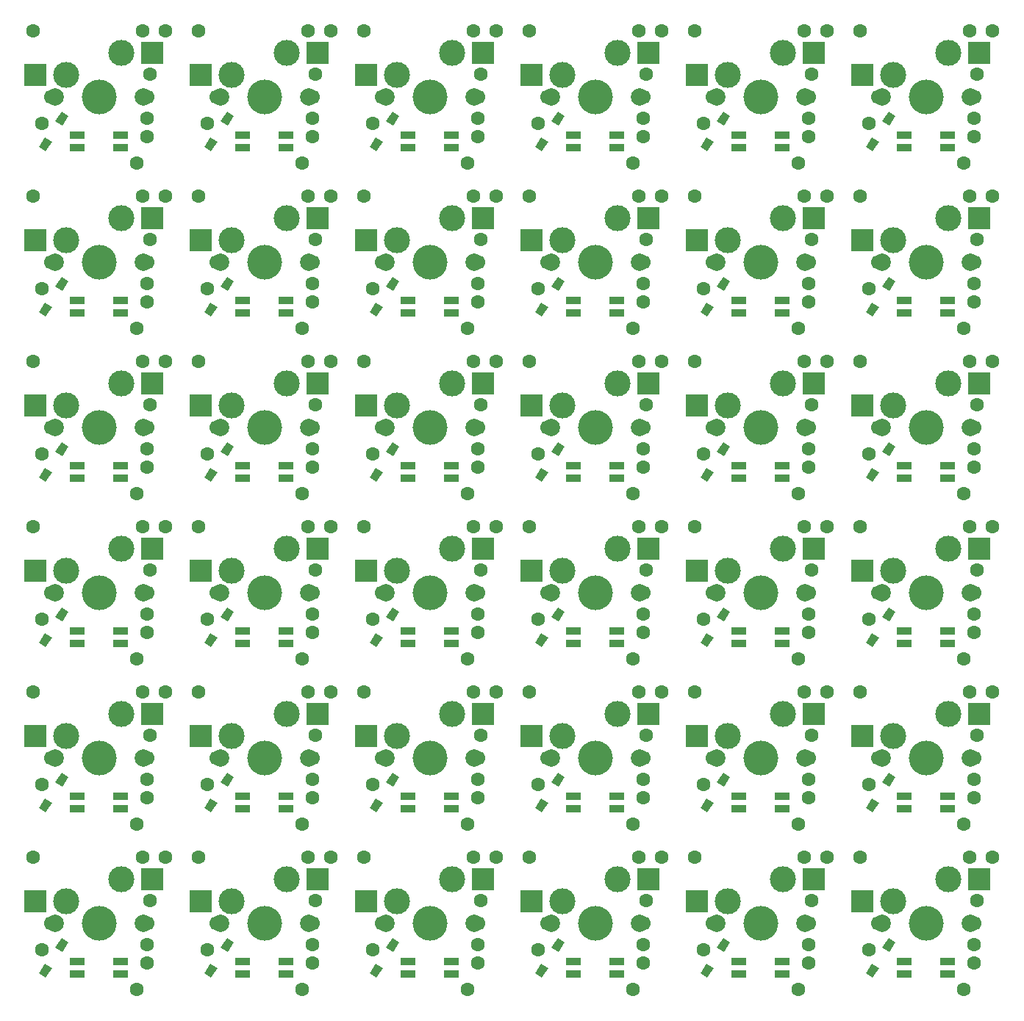
<source format=gbr>
%TF.GenerationSoftware,KiCad,Pcbnew,(5.99.0-2043-g129c16cf7)*%
%TF.CreationDate,2020-07-21T11:43:29+02:00*%
%TF.ProjectId,plate_6x6,706c6174-655f-4367-9836-2e6b69636164,rev?*%
%TF.SameCoordinates,Original*%
%TF.FileFunction,Soldermask,Bot*%
%TF.FilePolarity,Negative*%
%FSLAX46Y46*%
G04 Gerber Fmt 4.6, Leading zero omitted, Abs format (unit mm)*
G04 Created by KiCad (PCBNEW (5.99.0-2043-g129c16cf7)) date 2020-07-21 11:43:29*
%MOMM*%
%LPD*%
G01*
G04 APERTURE LIST*
%ADD10C,1.600000*%
%ADD11R,1.800000X0.820000*%
%ADD12R,2.550000X2.500000*%
%ADD13C,3.000000*%
%ADD14C,4.000000*%
%ADD15C,2.000000*%
%ADD16C,1.701800*%
G04 APERTURE END LIST*
%TO.C,SW8*%
G36*
X220246966Y-146810022D02*
G01*
X219445744Y-146299587D01*
X220144234Y-145203178D01*
X220945456Y-145713613D01*
X220246966Y-146810022D01*
G37*
G36*
X222154380Y-143815982D02*
G01*
X221353158Y-143305547D01*
X222051648Y-142209138D01*
X222852870Y-142719573D01*
X222154380Y-143815982D01*
G37*
D10*
X230733600Y-148186600D03*
X231876600Y-145138600D03*
X231876600Y-142979600D03*
X232257600Y-137899600D03*
X219811600Y-143614600D03*
X231368600Y-132946600D03*
X218795600Y-132946600D03*
X234035600Y-132946600D03*
D11*
X223828600Y-146408600D03*
X223828600Y-144908600D03*
X228828600Y-146408600D03*
X228828600Y-144908600D03*
D12*
X219055600Y-138026600D03*
X232505600Y-135486600D03*
D13*
X222605600Y-138026600D03*
D14*
X226415600Y-140566600D03*
D13*
X228955600Y-135486600D03*
D15*
X221335600Y-140566600D03*
D16*
X220915600Y-140566600D03*
D15*
X231495600Y-140566600D03*
D16*
X231915600Y-140566600D03*
%TD*%
%TO.C,SW8*%
G36*
X201196966Y-146810022D02*
G01*
X200395744Y-146299587D01*
X201094234Y-145203178D01*
X201895456Y-145713613D01*
X201196966Y-146810022D01*
G37*
G36*
X203104380Y-143815982D02*
G01*
X202303158Y-143305547D01*
X203001648Y-142209138D01*
X203802870Y-142719573D01*
X203104380Y-143815982D01*
G37*
D10*
X211683600Y-148186600D03*
X212826600Y-145138600D03*
X212826600Y-142979600D03*
X213207600Y-137899600D03*
X200761600Y-143614600D03*
X212318600Y-132946600D03*
X199745600Y-132946600D03*
X214985600Y-132946600D03*
D11*
X204778600Y-146408600D03*
X204778600Y-144908600D03*
X209778600Y-146408600D03*
X209778600Y-144908600D03*
D12*
X200005600Y-138026600D03*
X213455600Y-135486600D03*
D13*
X203555600Y-138026600D03*
D14*
X207365600Y-140566600D03*
D13*
X209905600Y-135486600D03*
D15*
X202285600Y-140566600D03*
D16*
X201865600Y-140566600D03*
D15*
X212445600Y-140566600D03*
D16*
X212865600Y-140566600D03*
%TD*%
%TO.C,SW8*%
G36*
X182146966Y-146810022D02*
G01*
X181345744Y-146299587D01*
X182044234Y-145203178D01*
X182845456Y-145713613D01*
X182146966Y-146810022D01*
G37*
G36*
X184054380Y-143815982D02*
G01*
X183253158Y-143305547D01*
X183951648Y-142209138D01*
X184752870Y-142719573D01*
X184054380Y-143815982D01*
G37*
D10*
X192633600Y-148186600D03*
X193776600Y-145138600D03*
X193776600Y-142979600D03*
X194157600Y-137899600D03*
X181711600Y-143614600D03*
X193268600Y-132946600D03*
X180695600Y-132946600D03*
X195935600Y-132946600D03*
D11*
X185728600Y-146408600D03*
X185728600Y-144908600D03*
X190728600Y-146408600D03*
X190728600Y-144908600D03*
D12*
X180955600Y-138026600D03*
X194405600Y-135486600D03*
D13*
X184505600Y-138026600D03*
D14*
X188315600Y-140566600D03*
D13*
X190855600Y-135486600D03*
D15*
X183235600Y-140566600D03*
D16*
X182815600Y-140566600D03*
D15*
X193395600Y-140566600D03*
D16*
X193815600Y-140566600D03*
%TD*%
%TO.C,SW8*%
G36*
X163096966Y-146810022D02*
G01*
X162295744Y-146299587D01*
X162994234Y-145203178D01*
X163795456Y-145713613D01*
X163096966Y-146810022D01*
G37*
G36*
X165004380Y-143815982D02*
G01*
X164203158Y-143305547D01*
X164901648Y-142209138D01*
X165702870Y-142719573D01*
X165004380Y-143815982D01*
G37*
D10*
X173583600Y-148186600D03*
X174726600Y-145138600D03*
X174726600Y-142979600D03*
X175107600Y-137899600D03*
X162661600Y-143614600D03*
X174218600Y-132946600D03*
X161645600Y-132946600D03*
X176885600Y-132946600D03*
D11*
X166678600Y-146408600D03*
X166678600Y-144908600D03*
X171678600Y-146408600D03*
X171678600Y-144908600D03*
D12*
X161905600Y-138026600D03*
X175355600Y-135486600D03*
D13*
X165455600Y-138026600D03*
D14*
X169265600Y-140566600D03*
D13*
X171805600Y-135486600D03*
D15*
X164185600Y-140566600D03*
D16*
X163765600Y-140566600D03*
D15*
X174345600Y-140566600D03*
D16*
X174765600Y-140566600D03*
%TD*%
%TO.C,SW8*%
G36*
X144046966Y-146810022D02*
G01*
X143245744Y-146299587D01*
X143944234Y-145203178D01*
X144745456Y-145713613D01*
X144046966Y-146810022D01*
G37*
G36*
X145954380Y-143815982D02*
G01*
X145153158Y-143305547D01*
X145851648Y-142209138D01*
X146652870Y-142719573D01*
X145954380Y-143815982D01*
G37*
D10*
X154533600Y-148186600D03*
X155676600Y-145138600D03*
X155676600Y-142979600D03*
X156057600Y-137899600D03*
X143611600Y-143614600D03*
X155168600Y-132946600D03*
X142595600Y-132946600D03*
X157835600Y-132946600D03*
D11*
X147628600Y-146408600D03*
X147628600Y-144908600D03*
X152628600Y-146408600D03*
X152628600Y-144908600D03*
D12*
X142855600Y-138026600D03*
X156305600Y-135486600D03*
D13*
X146405600Y-138026600D03*
D14*
X150215600Y-140566600D03*
D13*
X152755600Y-135486600D03*
D15*
X145135600Y-140566600D03*
D16*
X144715600Y-140566600D03*
D15*
X155295600Y-140566600D03*
D16*
X155715600Y-140566600D03*
%TD*%
%TO.C,SW8*%
G36*
X124996966Y-146810022D02*
G01*
X124195744Y-146299587D01*
X124894234Y-145203178D01*
X125695456Y-145713613D01*
X124996966Y-146810022D01*
G37*
G36*
X126904380Y-143815982D02*
G01*
X126103158Y-143305547D01*
X126801648Y-142209138D01*
X127602870Y-142719573D01*
X126904380Y-143815982D01*
G37*
D10*
X135483600Y-148186600D03*
X136626600Y-145138600D03*
X136626600Y-142979600D03*
X137007600Y-137899600D03*
X124561600Y-143614600D03*
X136118600Y-132946600D03*
X123545600Y-132946600D03*
X138785600Y-132946600D03*
D11*
X128578600Y-146408600D03*
X128578600Y-144908600D03*
X133578600Y-146408600D03*
X133578600Y-144908600D03*
D12*
X123805600Y-138026600D03*
X137255600Y-135486600D03*
D13*
X127355600Y-138026600D03*
D14*
X131165600Y-140566600D03*
D13*
X133705600Y-135486600D03*
D15*
X126085600Y-140566600D03*
D16*
X125665600Y-140566600D03*
D15*
X136245600Y-140566600D03*
D16*
X136665600Y-140566600D03*
%TD*%
%TO.C,SW8*%
G36*
X220246966Y-127760022D02*
G01*
X219445744Y-127249587D01*
X220144234Y-126153178D01*
X220945456Y-126663613D01*
X220246966Y-127760022D01*
G37*
G36*
X222154380Y-124765982D02*
G01*
X221353158Y-124255547D01*
X222051648Y-123159138D01*
X222852870Y-123669573D01*
X222154380Y-124765982D01*
G37*
D10*
X230733600Y-129136600D03*
X231876600Y-126088600D03*
X231876600Y-123929600D03*
X232257600Y-118849600D03*
X219811600Y-124564600D03*
X231368600Y-113896600D03*
X218795600Y-113896600D03*
X234035600Y-113896600D03*
D11*
X223828600Y-127358600D03*
X223828600Y-125858600D03*
X228828600Y-127358600D03*
X228828600Y-125858600D03*
D12*
X219055600Y-118976600D03*
X232505600Y-116436600D03*
D13*
X222605600Y-118976600D03*
D14*
X226415600Y-121516600D03*
D13*
X228955600Y-116436600D03*
D15*
X221335600Y-121516600D03*
D16*
X220915600Y-121516600D03*
D15*
X231495600Y-121516600D03*
D16*
X231915600Y-121516600D03*
%TD*%
%TO.C,SW8*%
G36*
X201196966Y-127760022D02*
G01*
X200395744Y-127249587D01*
X201094234Y-126153178D01*
X201895456Y-126663613D01*
X201196966Y-127760022D01*
G37*
G36*
X203104380Y-124765982D02*
G01*
X202303158Y-124255547D01*
X203001648Y-123159138D01*
X203802870Y-123669573D01*
X203104380Y-124765982D01*
G37*
D10*
X211683600Y-129136600D03*
X212826600Y-126088600D03*
X212826600Y-123929600D03*
X213207600Y-118849600D03*
X200761600Y-124564600D03*
X212318600Y-113896600D03*
X199745600Y-113896600D03*
X214985600Y-113896600D03*
D11*
X204778600Y-127358600D03*
X204778600Y-125858600D03*
X209778600Y-127358600D03*
X209778600Y-125858600D03*
D12*
X200005600Y-118976600D03*
X213455600Y-116436600D03*
D13*
X203555600Y-118976600D03*
D14*
X207365600Y-121516600D03*
D13*
X209905600Y-116436600D03*
D15*
X202285600Y-121516600D03*
D16*
X201865600Y-121516600D03*
D15*
X212445600Y-121516600D03*
D16*
X212865600Y-121516600D03*
%TD*%
%TO.C,SW8*%
G36*
X182146966Y-127760022D02*
G01*
X181345744Y-127249587D01*
X182044234Y-126153178D01*
X182845456Y-126663613D01*
X182146966Y-127760022D01*
G37*
G36*
X184054380Y-124765982D02*
G01*
X183253158Y-124255547D01*
X183951648Y-123159138D01*
X184752870Y-123669573D01*
X184054380Y-124765982D01*
G37*
D10*
X192633600Y-129136600D03*
X193776600Y-126088600D03*
X193776600Y-123929600D03*
X194157600Y-118849600D03*
X181711600Y-124564600D03*
X193268600Y-113896600D03*
X180695600Y-113896600D03*
X195935600Y-113896600D03*
D11*
X185728600Y-127358600D03*
X185728600Y-125858600D03*
X190728600Y-127358600D03*
X190728600Y-125858600D03*
D12*
X180955600Y-118976600D03*
X194405600Y-116436600D03*
D13*
X184505600Y-118976600D03*
D14*
X188315600Y-121516600D03*
D13*
X190855600Y-116436600D03*
D15*
X183235600Y-121516600D03*
D16*
X182815600Y-121516600D03*
D15*
X193395600Y-121516600D03*
D16*
X193815600Y-121516600D03*
%TD*%
%TO.C,SW8*%
G36*
X163096966Y-127760022D02*
G01*
X162295744Y-127249587D01*
X162994234Y-126153178D01*
X163795456Y-126663613D01*
X163096966Y-127760022D01*
G37*
G36*
X165004380Y-124765982D02*
G01*
X164203158Y-124255547D01*
X164901648Y-123159138D01*
X165702870Y-123669573D01*
X165004380Y-124765982D01*
G37*
D10*
X173583600Y-129136600D03*
X174726600Y-126088600D03*
X174726600Y-123929600D03*
X175107600Y-118849600D03*
X162661600Y-124564600D03*
X174218600Y-113896600D03*
X161645600Y-113896600D03*
X176885600Y-113896600D03*
D11*
X166678600Y-127358600D03*
X166678600Y-125858600D03*
X171678600Y-127358600D03*
X171678600Y-125858600D03*
D12*
X161905600Y-118976600D03*
X175355600Y-116436600D03*
D13*
X165455600Y-118976600D03*
D14*
X169265600Y-121516600D03*
D13*
X171805600Y-116436600D03*
D15*
X164185600Y-121516600D03*
D16*
X163765600Y-121516600D03*
D15*
X174345600Y-121516600D03*
D16*
X174765600Y-121516600D03*
%TD*%
%TO.C,SW8*%
G36*
X144046966Y-127760022D02*
G01*
X143245744Y-127249587D01*
X143944234Y-126153178D01*
X144745456Y-126663613D01*
X144046966Y-127760022D01*
G37*
G36*
X145954380Y-124765982D02*
G01*
X145153158Y-124255547D01*
X145851648Y-123159138D01*
X146652870Y-123669573D01*
X145954380Y-124765982D01*
G37*
D10*
X154533600Y-129136600D03*
X155676600Y-126088600D03*
X155676600Y-123929600D03*
X156057600Y-118849600D03*
X143611600Y-124564600D03*
X155168600Y-113896600D03*
X142595600Y-113896600D03*
X157835600Y-113896600D03*
D11*
X147628600Y-127358600D03*
X147628600Y-125858600D03*
X152628600Y-127358600D03*
X152628600Y-125858600D03*
D12*
X142855600Y-118976600D03*
X156305600Y-116436600D03*
D13*
X146405600Y-118976600D03*
D14*
X150215600Y-121516600D03*
D13*
X152755600Y-116436600D03*
D15*
X145135600Y-121516600D03*
D16*
X144715600Y-121516600D03*
D15*
X155295600Y-121516600D03*
D16*
X155715600Y-121516600D03*
%TD*%
%TO.C,SW8*%
G36*
X124996966Y-127760022D02*
G01*
X124195744Y-127249587D01*
X124894234Y-126153178D01*
X125695456Y-126663613D01*
X124996966Y-127760022D01*
G37*
G36*
X126904380Y-124765982D02*
G01*
X126103158Y-124255547D01*
X126801648Y-123159138D01*
X127602870Y-123669573D01*
X126904380Y-124765982D01*
G37*
D10*
X135483600Y-129136600D03*
X136626600Y-126088600D03*
X136626600Y-123929600D03*
X137007600Y-118849600D03*
X124561600Y-124564600D03*
X136118600Y-113896600D03*
X123545600Y-113896600D03*
X138785600Y-113896600D03*
D11*
X128578600Y-127358600D03*
X128578600Y-125858600D03*
X133578600Y-127358600D03*
X133578600Y-125858600D03*
D12*
X123805600Y-118976600D03*
X137255600Y-116436600D03*
D13*
X127355600Y-118976600D03*
D14*
X131165600Y-121516600D03*
D13*
X133705600Y-116436600D03*
D15*
X126085600Y-121516600D03*
D16*
X125665600Y-121516600D03*
D15*
X136245600Y-121516600D03*
D16*
X136665600Y-121516600D03*
%TD*%
%TO.C,SW8*%
G36*
X220246966Y-108710022D02*
G01*
X219445744Y-108199587D01*
X220144234Y-107103178D01*
X220945456Y-107613613D01*
X220246966Y-108710022D01*
G37*
G36*
X222154380Y-105715982D02*
G01*
X221353158Y-105205547D01*
X222051648Y-104109138D01*
X222852870Y-104619573D01*
X222154380Y-105715982D01*
G37*
D10*
X230733600Y-110086600D03*
X231876600Y-107038600D03*
X231876600Y-104879600D03*
X232257600Y-99799600D03*
X219811600Y-105514600D03*
X231368600Y-94846600D03*
X218795600Y-94846600D03*
X234035600Y-94846600D03*
D11*
X223828600Y-108308600D03*
X223828600Y-106808600D03*
X228828600Y-108308600D03*
X228828600Y-106808600D03*
D12*
X219055600Y-99926600D03*
X232505600Y-97386600D03*
D13*
X222605600Y-99926600D03*
D14*
X226415600Y-102466600D03*
D13*
X228955600Y-97386600D03*
D15*
X221335600Y-102466600D03*
D16*
X220915600Y-102466600D03*
D15*
X231495600Y-102466600D03*
D16*
X231915600Y-102466600D03*
%TD*%
%TO.C,SW8*%
G36*
X201196966Y-108710022D02*
G01*
X200395744Y-108199587D01*
X201094234Y-107103178D01*
X201895456Y-107613613D01*
X201196966Y-108710022D01*
G37*
G36*
X203104380Y-105715982D02*
G01*
X202303158Y-105205547D01*
X203001648Y-104109138D01*
X203802870Y-104619573D01*
X203104380Y-105715982D01*
G37*
D10*
X211683600Y-110086600D03*
X212826600Y-107038600D03*
X212826600Y-104879600D03*
X213207600Y-99799600D03*
X200761600Y-105514600D03*
X212318600Y-94846600D03*
X199745600Y-94846600D03*
X214985600Y-94846600D03*
D11*
X204778600Y-108308600D03*
X204778600Y-106808600D03*
X209778600Y-108308600D03*
X209778600Y-106808600D03*
D12*
X200005600Y-99926600D03*
X213455600Y-97386600D03*
D13*
X203555600Y-99926600D03*
D14*
X207365600Y-102466600D03*
D13*
X209905600Y-97386600D03*
D15*
X202285600Y-102466600D03*
D16*
X201865600Y-102466600D03*
D15*
X212445600Y-102466600D03*
D16*
X212865600Y-102466600D03*
%TD*%
%TO.C,SW8*%
G36*
X182146966Y-108710022D02*
G01*
X181345744Y-108199587D01*
X182044234Y-107103178D01*
X182845456Y-107613613D01*
X182146966Y-108710022D01*
G37*
G36*
X184054380Y-105715982D02*
G01*
X183253158Y-105205547D01*
X183951648Y-104109138D01*
X184752870Y-104619573D01*
X184054380Y-105715982D01*
G37*
D10*
X192633600Y-110086600D03*
X193776600Y-107038600D03*
X193776600Y-104879600D03*
X194157600Y-99799600D03*
X181711600Y-105514600D03*
X193268600Y-94846600D03*
X180695600Y-94846600D03*
X195935600Y-94846600D03*
D11*
X185728600Y-108308600D03*
X185728600Y-106808600D03*
X190728600Y-108308600D03*
X190728600Y-106808600D03*
D12*
X180955600Y-99926600D03*
X194405600Y-97386600D03*
D13*
X184505600Y-99926600D03*
D14*
X188315600Y-102466600D03*
D13*
X190855600Y-97386600D03*
D15*
X183235600Y-102466600D03*
D16*
X182815600Y-102466600D03*
D15*
X193395600Y-102466600D03*
D16*
X193815600Y-102466600D03*
%TD*%
%TO.C,SW8*%
G36*
X163096966Y-108710022D02*
G01*
X162295744Y-108199587D01*
X162994234Y-107103178D01*
X163795456Y-107613613D01*
X163096966Y-108710022D01*
G37*
G36*
X165004380Y-105715982D02*
G01*
X164203158Y-105205547D01*
X164901648Y-104109138D01*
X165702870Y-104619573D01*
X165004380Y-105715982D01*
G37*
D10*
X173583600Y-110086600D03*
X174726600Y-107038600D03*
X174726600Y-104879600D03*
X175107600Y-99799600D03*
X162661600Y-105514600D03*
X174218600Y-94846600D03*
X161645600Y-94846600D03*
X176885600Y-94846600D03*
D11*
X166678600Y-108308600D03*
X166678600Y-106808600D03*
X171678600Y-108308600D03*
X171678600Y-106808600D03*
D12*
X161905600Y-99926600D03*
X175355600Y-97386600D03*
D13*
X165455600Y-99926600D03*
D14*
X169265600Y-102466600D03*
D13*
X171805600Y-97386600D03*
D15*
X164185600Y-102466600D03*
D16*
X163765600Y-102466600D03*
D15*
X174345600Y-102466600D03*
D16*
X174765600Y-102466600D03*
%TD*%
%TO.C,SW8*%
G36*
X144046966Y-108710022D02*
G01*
X143245744Y-108199587D01*
X143944234Y-107103178D01*
X144745456Y-107613613D01*
X144046966Y-108710022D01*
G37*
G36*
X145954380Y-105715982D02*
G01*
X145153158Y-105205547D01*
X145851648Y-104109138D01*
X146652870Y-104619573D01*
X145954380Y-105715982D01*
G37*
D10*
X154533600Y-110086600D03*
X155676600Y-107038600D03*
X155676600Y-104879600D03*
X156057600Y-99799600D03*
X143611600Y-105514600D03*
X155168600Y-94846600D03*
X142595600Y-94846600D03*
X157835600Y-94846600D03*
D11*
X147628600Y-108308600D03*
X147628600Y-106808600D03*
X152628600Y-108308600D03*
X152628600Y-106808600D03*
D12*
X142855600Y-99926600D03*
X156305600Y-97386600D03*
D13*
X146405600Y-99926600D03*
D14*
X150215600Y-102466600D03*
D13*
X152755600Y-97386600D03*
D15*
X145135600Y-102466600D03*
D16*
X144715600Y-102466600D03*
D15*
X155295600Y-102466600D03*
D16*
X155715600Y-102466600D03*
%TD*%
%TO.C,SW8*%
G36*
X124996966Y-108710022D02*
G01*
X124195744Y-108199587D01*
X124894234Y-107103178D01*
X125695456Y-107613613D01*
X124996966Y-108710022D01*
G37*
G36*
X126904380Y-105715982D02*
G01*
X126103158Y-105205547D01*
X126801648Y-104109138D01*
X127602870Y-104619573D01*
X126904380Y-105715982D01*
G37*
D10*
X135483600Y-110086600D03*
X136626600Y-107038600D03*
X136626600Y-104879600D03*
X137007600Y-99799600D03*
X124561600Y-105514600D03*
X136118600Y-94846600D03*
X123545600Y-94846600D03*
X138785600Y-94846600D03*
D11*
X128578600Y-108308600D03*
X128578600Y-106808600D03*
X133578600Y-108308600D03*
X133578600Y-106808600D03*
D12*
X123805600Y-99926600D03*
X137255600Y-97386600D03*
D13*
X127355600Y-99926600D03*
D14*
X131165600Y-102466600D03*
D13*
X133705600Y-97386600D03*
D15*
X126085600Y-102466600D03*
D16*
X125665600Y-102466600D03*
D15*
X136245600Y-102466600D03*
D16*
X136665600Y-102466600D03*
%TD*%
%TO.C,SW8*%
G36*
X220246966Y-89660022D02*
G01*
X219445744Y-89149587D01*
X220144234Y-88053178D01*
X220945456Y-88563613D01*
X220246966Y-89660022D01*
G37*
G36*
X222154380Y-86665982D02*
G01*
X221353158Y-86155547D01*
X222051648Y-85059138D01*
X222852870Y-85569573D01*
X222154380Y-86665982D01*
G37*
D10*
X230733600Y-91036600D03*
X231876600Y-87988600D03*
X231876600Y-85829600D03*
X232257600Y-80749600D03*
X219811600Y-86464600D03*
X231368600Y-75796600D03*
X218795600Y-75796600D03*
X234035600Y-75796600D03*
D11*
X223828600Y-89258600D03*
X223828600Y-87758600D03*
X228828600Y-89258600D03*
X228828600Y-87758600D03*
D12*
X219055600Y-80876600D03*
X232505600Y-78336600D03*
D13*
X222605600Y-80876600D03*
D14*
X226415600Y-83416600D03*
D13*
X228955600Y-78336600D03*
D15*
X221335600Y-83416600D03*
D16*
X220915600Y-83416600D03*
D15*
X231495600Y-83416600D03*
D16*
X231915600Y-83416600D03*
%TD*%
%TO.C,SW8*%
G36*
X201196966Y-89660022D02*
G01*
X200395744Y-89149587D01*
X201094234Y-88053178D01*
X201895456Y-88563613D01*
X201196966Y-89660022D01*
G37*
G36*
X203104380Y-86665982D02*
G01*
X202303158Y-86155547D01*
X203001648Y-85059138D01*
X203802870Y-85569573D01*
X203104380Y-86665982D01*
G37*
D10*
X211683600Y-91036600D03*
X212826600Y-87988600D03*
X212826600Y-85829600D03*
X213207600Y-80749600D03*
X200761600Y-86464600D03*
X212318600Y-75796600D03*
X199745600Y-75796600D03*
X214985600Y-75796600D03*
D11*
X204778600Y-89258600D03*
X204778600Y-87758600D03*
X209778600Y-89258600D03*
X209778600Y-87758600D03*
D12*
X200005600Y-80876600D03*
X213455600Y-78336600D03*
D13*
X203555600Y-80876600D03*
D14*
X207365600Y-83416600D03*
D13*
X209905600Y-78336600D03*
D15*
X202285600Y-83416600D03*
D16*
X201865600Y-83416600D03*
D15*
X212445600Y-83416600D03*
D16*
X212865600Y-83416600D03*
%TD*%
%TO.C,SW8*%
G36*
X182146966Y-89660022D02*
G01*
X181345744Y-89149587D01*
X182044234Y-88053178D01*
X182845456Y-88563613D01*
X182146966Y-89660022D01*
G37*
G36*
X184054380Y-86665982D02*
G01*
X183253158Y-86155547D01*
X183951648Y-85059138D01*
X184752870Y-85569573D01*
X184054380Y-86665982D01*
G37*
D10*
X192633600Y-91036600D03*
X193776600Y-87988600D03*
X193776600Y-85829600D03*
X194157600Y-80749600D03*
X181711600Y-86464600D03*
X193268600Y-75796600D03*
X180695600Y-75796600D03*
X195935600Y-75796600D03*
D11*
X185728600Y-89258600D03*
X185728600Y-87758600D03*
X190728600Y-89258600D03*
X190728600Y-87758600D03*
D12*
X180955600Y-80876600D03*
X194405600Y-78336600D03*
D13*
X184505600Y-80876600D03*
D14*
X188315600Y-83416600D03*
D13*
X190855600Y-78336600D03*
D15*
X183235600Y-83416600D03*
D16*
X182815600Y-83416600D03*
D15*
X193395600Y-83416600D03*
D16*
X193815600Y-83416600D03*
%TD*%
%TO.C,SW8*%
G36*
X163096966Y-89660022D02*
G01*
X162295744Y-89149587D01*
X162994234Y-88053178D01*
X163795456Y-88563613D01*
X163096966Y-89660022D01*
G37*
G36*
X165004380Y-86665982D02*
G01*
X164203158Y-86155547D01*
X164901648Y-85059138D01*
X165702870Y-85569573D01*
X165004380Y-86665982D01*
G37*
D10*
X173583600Y-91036600D03*
X174726600Y-87988600D03*
X174726600Y-85829600D03*
X175107600Y-80749600D03*
X162661600Y-86464600D03*
X174218600Y-75796600D03*
X161645600Y-75796600D03*
X176885600Y-75796600D03*
D11*
X166678600Y-89258600D03*
X166678600Y-87758600D03*
X171678600Y-89258600D03*
X171678600Y-87758600D03*
D12*
X161905600Y-80876600D03*
X175355600Y-78336600D03*
D13*
X165455600Y-80876600D03*
D14*
X169265600Y-83416600D03*
D13*
X171805600Y-78336600D03*
D15*
X164185600Y-83416600D03*
D16*
X163765600Y-83416600D03*
D15*
X174345600Y-83416600D03*
D16*
X174765600Y-83416600D03*
%TD*%
%TO.C,SW8*%
G36*
X144046966Y-89660022D02*
G01*
X143245744Y-89149587D01*
X143944234Y-88053178D01*
X144745456Y-88563613D01*
X144046966Y-89660022D01*
G37*
G36*
X145954380Y-86665982D02*
G01*
X145153158Y-86155547D01*
X145851648Y-85059138D01*
X146652870Y-85569573D01*
X145954380Y-86665982D01*
G37*
D10*
X154533600Y-91036600D03*
X155676600Y-87988600D03*
X155676600Y-85829600D03*
X156057600Y-80749600D03*
X143611600Y-86464600D03*
X155168600Y-75796600D03*
X142595600Y-75796600D03*
X157835600Y-75796600D03*
D11*
X147628600Y-89258600D03*
X147628600Y-87758600D03*
X152628600Y-89258600D03*
X152628600Y-87758600D03*
D12*
X142855600Y-80876600D03*
X156305600Y-78336600D03*
D13*
X146405600Y-80876600D03*
D14*
X150215600Y-83416600D03*
D13*
X152755600Y-78336600D03*
D15*
X145135600Y-83416600D03*
D16*
X144715600Y-83416600D03*
D15*
X155295600Y-83416600D03*
D16*
X155715600Y-83416600D03*
%TD*%
%TO.C,SW8*%
G36*
X124996966Y-89660022D02*
G01*
X124195744Y-89149587D01*
X124894234Y-88053178D01*
X125695456Y-88563613D01*
X124996966Y-89660022D01*
G37*
G36*
X126904380Y-86665982D02*
G01*
X126103158Y-86155547D01*
X126801648Y-85059138D01*
X127602870Y-85569573D01*
X126904380Y-86665982D01*
G37*
D10*
X135483600Y-91036600D03*
X136626600Y-87988600D03*
X136626600Y-85829600D03*
X137007600Y-80749600D03*
X124561600Y-86464600D03*
X136118600Y-75796600D03*
X123545600Y-75796600D03*
X138785600Y-75796600D03*
D11*
X128578600Y-89258600D03*
X128578600Y-87758600D03*
X133578600Y-89258600D03*
X133578600Y-87758600D03*
D12*
X123805600Y-80876600D03*
X137255600Y-78336600D03*
D13*
X127355600Y-80876600D03*
D14*
X131165600Y-83416600D03*
D13*
X133705600Y-78336600D03*
D15*
X126085600Y-83416600D03*
D16*
X125665600Y-83416600D03*
D15*
X136245600Y-83416600D03*
D16*
X136665600Y-83416600D03*
%TD*%
%TO.C,SW8*%
G36*
X220246966Y-70610022D02*
G01*
X219445744Y-70099587D01*
X220144234Y-69003178D01*
X220945456Y-69513613D01*
X220246966Y-70610022D01*
G37*
G36*
X222154380Y-67615982D02*
G01*
X221353158Y-67105547D01*
X222051648Y-66009138D01*
X222852870Y-66519573D01*
X222154380Y-67615982D01*
G37*
D10*
X230733600Y-71986600D03*
X231876600Y-68938600D03*
X231876600Y-66779600D03*
X232257600Y-61699600D03*
X219811600Y-67414600D03*
X231368600Y-56746600D03*
X218795600Y-56746600D03*
X234035600Y-56746600D03*
D11*
X223828600Y-70208600D03*
X223828600Y-68708600D03*
X228828600Y-70208600D03*
X228828600Y-68708600D03*
D12*
X219055600Y-61826600D03*
X232505600Y-59286600D03*
D13*
X222605600Y-61826600D03*
D14*
X226415600Y-64366600D03*
D13*
X228955600Y-59286600D03*
D15*
X221335600Y-64366600D03*
D16*
X220915600Y-64366600D03*
D15*
X231495600Y-64366600D03*
D16*
X231915600Y-64366600D03*
%TD*%
%TO.C,SW8*%
G36*
X201196966Y-70610022D02*
G01*
X200395744Y-70099587D01*
X201094234Y-69003178D01*
X201895456Y-69513613D01*
X201196966Y-70610022D01*
G37*
G36*
X203104380Y-67615982D02*
G01*
X202303158Y-67105547D01*
X203001648Y-66009138D01*
X203802870Y-66519573D01*
X203104380Y-67615982D01*
G37*
D10*
X211683600Y-71986600D03*
X212826600Y-68938600D03*
X212826600Y-66779600D03*
X213207600Y-61699600D03*
X200761600Y-67414600D03*
X212318600Y-56746600D03*
X199745600Y-56746600D03*
X214985600Y-56746600D03*
D11*
X204778600Y-70208600D03*
X204778600Y-68708600D03*
X209778600Y-70208600D03*
X209778600Y-68708600D03*
D12*
X200005600Y-61826600D03*
X213455600Y-59286600D03*
D13*
X203555600Y-61826600D03*
D14*
X207365600Y-64366600D03*
D13*
X209905600Y-59286600D03*
D15*
X202285600Y-64366600D03*
D16*
X201865600Y-64366600D03*
D15*
X212445600Y-64366600D03*
D16*
X212865600Y-64366600D03*
%TD*%
%TO.C,SW8*%
G36*
X182146966Y-70610022D02*
G01*
X181345744Y-70099587D01*
X182044234Y-69003178D01*
X182845456Y-69513613D01*
X182146966Y-70610022D01*
G37*
G36*
X184054380Y-67615982D02*
G01*
X183253158Y-67105547D01*
X183951648Y-66009138D01*
X184752870Y-66519573D01*
X184054380Y-67615982D01*
G37*
D10*
X192633600Y-71986600D03*
X193776600Y-68938600D03*
X193776600Y-66779600D03*
X194157600Y-61699600D03*
X181711600Y-67414600D03*
X193268600Y-56746600D03*
X180695600Y-56746600D03*
X195935600Y-56746600D03*
D11*
X185728600Y-70208600D03*
X185728600Y-68708600D03*
X190728600Y-70208600D03*
X190728600Y-68708600D03*
D12*
X180955600Y-61826600D03*
X194405600Y-59286600D03*
D13*
X184505600Y-61826600D03*
D14*
X188315600Y-64366600D03*
D13*
X190855600Y-59286600D03*
D15*
X183235600Y-64366600D03*
D16*
X182815600Y-64366600D03*
D15*
X193395600Y-64366600D03*
D16*
X193815600Y-64366600D03*
%TD*%
%TO.C,SW8*%
G36*
X163096966Y-70610022D02*
G01*
X162295744Y-70099587D01*
X162994234Y-69003178D01*
X163795456Y-69513613D01*
X163096966Y-70610022D01*
G37*
G36*
X165004380Y-67615982D02*
G01*
X164203158Y-67105547D01*
X164901648Y-66009138D01*
X165702870Y-66519573D01*
X165004380Y-67615982D01*
G37*
D10*
X173583600Y-71986600D03*
X174726600Y-68938600D03*
X174726600Y-66779600D03*
X175107600Y-61699600D03*
X162661600Y-67414600D03*
X174218600Y-56746600D03*
X161645600Y-56746600D03*
X176885600Y-56746600D03*
D11*
X166678600Y-70208600D03*
X166678600Y-68708600D03*
X171678600Y-70208600D03*
X171678600Y-68708600D03*
D12*
X161905600Y-61826600D03*
X175355600Y-59286600D03*
D13*
X165455600Y-61826600D03*
D14*
X169265600Y-64366600D03*
D13*
X171805600Y-59286600D03*
D15*
X164185600Y-64366600D03*
D16*
X163765600Y-64366600D03*
D15*
X174345600Y-64366600D03*
D16*
X174765600Y-64366600D03*
%TD*%
%TO.C,SW8*%
G36*
X144046966Y-70610022D02*
G01*
X143245744Y-70099587D01*
X143944234Y-69003178D01*
X144745456Y-69513613D01*
X144046966Y-70610022D01*
G37*
G36*
X145954380Y-67615982D02*
G01*
X145153158Y-67105547D01*
X145851648Y-66009138D01*
X146652870Y-66519573D01*
X145954380Y-67615982D01*
G37*
D10*
X154533600Y-71986600D03*
X155676600Y-68938600D03*
X155676600Y-66779600D03*
X156057600Y-61699600D03*
X143611600Y-67414600D03*
X155168600Y-56746600D03*
X142595600Y-56746600D03*
X157835600Y-56746600D03*
D11*
X147628600Y-70208600D03*
X147628600Y-68708600D03*
X152628600Y-70208600D03*
X152628600Y-68708600D03*
D12*
X142855600Y-61826600D03*
X156305600Y-59286600D03*
D13*
X146405600Y-61826600D03*
D14*
X150215600Y-64366600D03*
D13*
X152755600Y-59286600D03*
D15*
X145135600Y-64366600D03*
D16*
X144715600Y-64366600D03*
D15*
X155295600Y-64366600D03*
D16*
X155715600Y-64366600D03*
%TD*%
%TO.C,SW8*%
G36*
X124996966Y-70610022D02*
G01*
X124195744Y-70099587D01*
X124894234Y-69003178D01*
X125695456Y-69513613D01*
X124996966Y-70610022D01*
G37*
G36*
X126904380Y-67615982D02*
G01*
X126103158Y-67105547D01*
X126801648Y-66009138D01*
X127602870Y-66519573D01*
X126904380Y-67615982D01*
G37*
D10*
X135483600Y-71986600D03*
X136626600Y-68938600D03*
X136626600Y-66779600D03*
X137007600Y-61699600D03*
X124561600Y-67414600D03*
X136118600Y-56746600D03*
X123545600Y-56746600D03*
X138785600Y-56746600D03*
D11*
X128578600Y-70208600D03*
X128578600Y-68708600D03*
X133578600Y-70208600D03*
X133578600Y-68708600D03*
D12*
X123805600Y-61826600D03*
X137255600Y-59286600D03*
D13*
X127355600Y-61826600D03*
D14*
X131165600Y-64366600D03*
D13*
X133705600Y-59286600D03*
D15*
X126085600Y-64366600D03*
D16*
X125665600Y-64366600D03*
D15*
X136245600Y-64366600D03*
D16*
X136665600Y-64366600D03*
%TD*%
%TO.C,SW8*%
G36*
X220246966Y-51560022D02*
G01*
X219445744Y-51049587D01*
X220144234Y-49953178D01*
X220945456Y-50463613D01*
X220246966Y-51560022D01*
G37*
G36*
X222154380Y-48565982D02*
G01*
X221353158Y-48055547D01*
X222051648Y-46959138D01*
X222852870Y-47469573D01*
X222154380Y-48565982D01*
G37*
D10*
X230733600Y-52936600D03*
X231876600Y-49888600D03*
X231876600Y-47729600D03*
X232257600Y-42649600D03*
X219811600Y-48364600D03*
X231368600Y-37696600D03*
X218795600Y-37696600D03*
X234035600Y-37696600D03*
D11*
X223828600Y-51158600D03*
X223828600Y-49658600D03*
X228828600Y-51158600D03*
X228828600Y-49658600D03*
D12*
X219055600Y-42776600D03*
X232505600Y-40236600D03*
D13*
X222605600Y-42776600D03*
D14*
X226415600Y-45316600D03*
D13*
X228955600Y-40236600D03*
D15*
X221335600Y-45316600D03*
D16*
X220915600Y-45316600D03*
D15*
X231495600Y-45316600D03*
D16*
X231915600Y-45316600D03*
%TD*%
%TO.C,SW8*%
G36*
X201196966Y-51560022D02*
G01*
X200395744Y-51049587D01*
X201094234Y-49953178D01*
X201895456Y-50463613D01*
X201196966Y-51560022D01*
G37*
G36*
X203104380Y-48565982D02*
G01*
X202303158Y-48055547D01*
X203001648Y-46959138D01*
X203802870Y-47469573D01*
X203104380Y-48565982D01*
G37*
D10*
X211683600Y-52936600D03*
X212826600Y-49888600D03*
X212826600Y-47729600D03*
X213207600Y-42649600D03*
X200761600Y-48364600D03*
X212318600Y-37696600D03*
X199745600Y-37696600D03*
X214985600Y-37696600D03*
D11*
X204778600Y-51158600D03*
X204778600Y-49658600D03*
X209778600Y-51158600D03*
X209778600Y-49658600D03*
D12*
X200005600Y-42776600D03*
X213455600Y-40236600D03*
D13*
X203555600Y-42776600D03*
D14*
X207365600Y-45316600D03*
D13*
X209905600Y-40236600D03*
D15*
X202285600Y-45316600D03*
D16*
X201865600Y-45316600D03*
D15*
X212445600Y-45316600D03*
D16*
X212865600Y-45316600D03*
%TD*%
%TO.C,SW8*%
G36*
X182146966Y-51560022D02*
G01*
X181345744Y-51049587D01*
X182044234Y-49953178D01*
X182845456Y-50463613D01*
X182146966Y-51560022D01*
G37*
G36*
X184054380Y-48565982D02*
G01*
X183253158Y-48055547D01*
X183951648Y-46959138D01*
X184752870Y-47469573D01*
X184054380Y-48565982D01*
G37*
D10*
X192633600Y-52936600D03*
X193776600Y-49888600D03*
X193776600Y-47729600D03*
X194157600Y-42649600D03*
X181711600Y-48364600D03*
X193268600Y-37696600D03*
X180695600Y-37696600D03*
X195935600Y-37696600D03*
D11*
X185728600Y-51158600D03*
X185728600Y-49658600D03*
X190728600Y-51158600D03*
X190728600Y-49658600D03*
D12*
X180955600Y-42776600D03*
X194405600Y-40236600D03*
D13*
X184505600Y-42776600D03*
D14*
X188315600Y-45316600D03*
D13*
X190855600Y-40236600D03*
D15*
X183235600Y-45316600D03*
D16*
X182815600Y-45316600D03*
D15*
X193395600Y-45316600D03*
D16*
X193815600Y-45316600D03*
%TD*%
%TO.C,SW8*%
G36*
X163096966Y-51560022D02*
G01*
X162295744Y-51049587D01*
X162994234Y-49953178D01*
X163795456Y-50463613D01*
X163096966Y-51560022D01*
G37*
G36*
X165004380Y-48565982D02*
G01*
X164203158Y-48055547D01*
X164901648Y-46959138D01*
X165702870Y-47469573D01*
X165004380Y-48565982D01*
G37*
D10*
X173583600Y-52936600D03*
X174726600Y-49888600D03*
X174726600Y-47729600D03*
X175107600Y-42649600D03*
X162661600Y-48364600D03*
X174218600Y-37696600D03*
X161645600Y-37696600D03*
X176885600Y-37696600D03*
D11*
X166678600Y-51158600D03*
X166678600Y-49658600D03*
X171678600Y-51158600D03*
X171678600Y-49658600D03*
D12*
X161905600Y-42776600D03*
X175355600Y-40236600D03*
D13*
X165455600Y-42776600D03*
D14*
X169265600Y-45316600D03*
D13*
X171805600Y-40236600D03*
D15*
X164185600Y-45316600D03*
D16*
X163765600Y-45316600D03*
D15*
X174345600Y-45316600D03*
D16*
X174765600Y-45316600D03*
%TD*%
%TO.C,SW8*%
G36*
X144046966Y-51560022D02*
G01*
X143245744Y-51049587D01*
X143944234Y-49953178D01*
X144745456Y-50463613D01*
X144046966Y-51560022D01*
G37*
G36*
X145954380Y-48565982D02*
G01*
X145153158Y-48055547D01*
X145851648Y-46959138D01*
X146652870Y-47469573D01*
X145954380Y-48565982D01*
G37*
D10*
X154533600Y-52936600D03*
X155676600Y-49888600D03*
X155676600Y-47729600D03*
X156057600Y-42649600D03*
X143611600Y-48364600D03*
X155168600Y-37696600D03*
X142595600Y-37696600D03*
X157835600Y-37696600D03*
D11*
X147628600Y-51158600D03*
X147628600Y-49658600D03*
X152628600Y-51158600D03*
X152628600Y-49658600D03*
D12*
X142855600Y-42776600D03*
X156305600Y-40236600D03*
D13*
X146405600Y-42776600D03*
D14*
X150215600Y-45316600D03*
D13*
X152755600Y-40236600D03*
D15*
X145135600Y-45316600D03*
D16*
X144715600Y-45316600D03*
D15*
X155295600Y-45316600D03*
D16*
X155715600Y-45316600D03*
%TD*%
%TO.C,SW8*%
X136665600Y-45316600D03*
D15*
X136245600Y-45316600D03*
D16*
X125665600Y-45316600D03*
D15*
X126085600Y-45316600D03*
D13*
X133705600Y-40236600D03*
D14*
X131165600Y-45316600D03*
D13*
X127355600Y-42776600D03*
D12*
X137255600Y-40236600D03*
X123805600Y-42776600D03*
D11*
X133578600Y-49658600D03*
X133578600Y-51158600D03*
X128578600Y-49658600D03*
X128578600Y-51158600D03*
D10*
X138785600Y-37696600D03*
X123545600Y-37696600D03*
X136118600Y-37696600D03*
X124561600Y-48364600D03*
X137007600Y-42649600D03*
X136626600Y-47729600D03*
X136626600Y-49888600D03*
X135483600Y-52936600D03*
G36*
X126904380Y-48565982D02*
G01*
X126103158Y-48055547D01*
X126801648Y-46959138D01*
X127602870Y-47469573D01*
X126904380Y-48565982D01*
G37*
G36*
X124996966Y-51560022D02*
G01*
X124195744Y-51049587D01*
X124894234Y-49953178D01*
X125695456Y-50463613D01*
X124996966Y-51560022D01*
G37*
%TD*%
M02*

</source>
